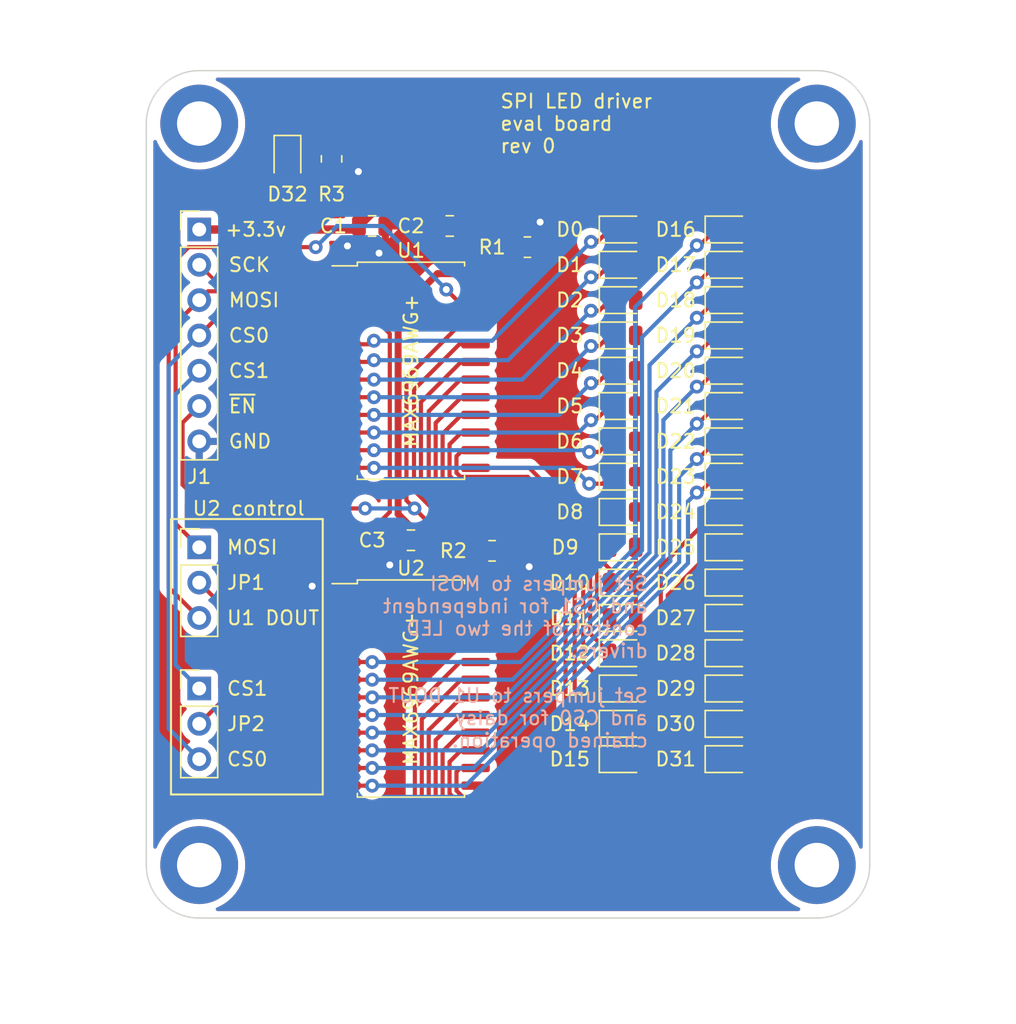
<source format=kicad_pcb>
(kicad_pcb (version 20211014) (generator pcbnew)
  (title_block (title "LED Breakout Board") (date "2022-02-10") (rev "0") (comment 2 "SPI LED Drivers") (comment 3 "Breakout board for prototyping hardware") (comment 4 "Drawn by: Jordan Aceto"))
  (layers (0 "F.Cu" signal) (31 "B.Cu" signal) (34 "B.Paste" user) (35 "F.Paste" user) (36 "B.SilkS" user "B.Silkscreen") (37 "F.SilkS" user "F.Silkscreen") (38 "B.Mask" user) (39 "F.Mask" user) (44 "Edge.Cuts" user))
  (net 0 "")
  (net 1 "/LED0")
  (net 2 "Net-(JP1-Pad2)")
  (net 3 "Net-(JP2-Pad2)")
  (net 4 "/LED1")
  (net 5 "/LED2")
  (net 6 "/LED3")
  (net 7 "/LED4")
  (net 8 "/LED5")
  (net 9 "/LED6")
  (net 10 "/LED7")
  (net 11 "/LED8")
  (net 12 "/LED9")
  (net 13 "/LED10")
  (net 14 "/LED11")
  (net 15 "/LED12")
  (net 16 "/LED13")
  (net 17 "/LED14")
  (net 18 "/LED15")
  (net 19 "/LED16")
  (net 20 "/LED17")
  (net 21 "/LED18")
  (net 22 "/LED19")
  (net 23 "/LED20")
  (net 24 "/LED21")
  (net 25 "/LED22")
  (net 26 "/LED23")
  (net 27 "/LED24")
  (net 28 "/LED25")
  (net 29 "/LED26")
  (net 30 "/LED27")
  (net 31 "/LED28")
  (net 32 "/LED29")
  (net 33 "/LED30")
  (net 34 "+3V3")
  (net 35 "/LED31")
  (net 36 "Net-(D32-Pad1)")
  (net 37 "/SPI.SCLK")
  (net 38 "GND")
  (net 39 "/SPI.MOSI")
  (net 40 "/SPI.CS0")
  (net 41 "/~{ENABLE}")
  (net 42 "Net-(R1-Pad1)")
  (net 43 "Net-(R2-Pad1)")
  (net 44 "/U1_DOUT")
  (net 46 "/SPI.CS1")
  (footprint "Capacitor_SMD:C_0805_2012Metric" (layer "F.Cu") (at 127.254 40.386 180)
    (fp_text reference "C2")
    (fp_text value "100n")
  )
  (footprint "LED_SMD:LED_0805_2012Metric" (layer "F.Cu") (at 139.7 55.88)
    (fp_text reference "D6")
    (fp_text value "led")
  )
  (footprint "LED_SMD:LED_0805_2012Metric" (layer "F.Cu") (at 139.7 45.72)
    (fp_text reference "D2")
    (fp_text value "led")
  )
  (footprint "LED_SMD:LED_0805_2012Metric" (layer "F.Cu") (at 139.7 63.5)
    (fp_text reference "D9")
    (fp_text value "led")
  )
  (footprint "LED_SMD:LED_0805_2012Metric" (layer "F.Cu") (at 147.32 68.58)
    (fp_text reference "D27")
    (fp_text value "led")
  )
  (footprint "MountingHole:MountingHole_3.2mm_M3_DIN965_Pad" (layer "F.Cu") (at 109.220001 86.360001)
    (fp_text reference "REF**" hide)
    (fp_text value "MountingHole_3.2mm_M3_DIN965_Pad")
  )
  (footprint "LED_SMD:LED_0805_2012Metric" (layer "F.Cu") (at 147.32 45.72)
    (fp_text reference "D18")
    (fp_text value "led")
  )
  (footprint "Resistor_SMD:R_0805_2012Metric" (layer "F.Cu") (at 132.842 41.91)
    (fp_text reference "R1")
    (fp_text value "R_led")
  )
  (footprint "LED_SMD:LED_0805_2012Metric" (layer "F.Cu") (at 139.7 60.96)
    (fp_text reference "D8")
    (fp_text value "led")
  )
  (footprint "LED_SMD:LED_0805_2012Metric" (layer "F.Cu") (at 139.7 43.18)
    (fp_text reference "D1")
    (fp_text value "led")
  )
  (footprint "LED_SMD:LED_0805_2012Metric" (layer "F.Cu") (at 147.32 71.12)
    (fp_text reference "D28")
    (fp_text value "led")
  )
  (footprint "LED_SMD:LED_0805_2012Metric" (layer "F.Cu") (at 139.7 48.26)
    (fp_text reference "D3")
    (fp_text value "led")
  )
  (footprint "LED_SMD:LED_0805_2012Metric" (layer "F.Cu") (at 147.32 63.5)
    (fp_text reference "D25")
    (fp_text value "led")
  )
  (footprint "MountingHole:MountingHole_3.2mm_M3_DIN965_Pad" (layer "F.Cu") (at 153.670001 86.360001)
    (fp_text reference "REF**" hide)
    (fp_text value "MountingHole_3.2mm_M3_DIN965_Pad")
  )
  (footprint "LED_SMD:LED_0805_2012Metric" (layer "F.Cu") (at 147.32 58.42)
    (fp_text reference "D23")
    (fp_text value "led")
  )
  (footprint "MountingHole:MountingHole_3.2mm_M3_DIN965_Pad" (layer "F.Cu") (at 109.22 33.02)
    (fp_text reference "REF**" hide)
    (fp_text value "MountingHole_3.2mm_M3_DIN965_Pad")
  )
  (footprint "LED_SMD:LED_0805_2012Metric" (layer "F.Cu") (at 147.32 60.955)
    (fp_text reference "D24")
    (fp_text value "led")
  )
  (footprint "LED_SMD:LED_0805_2012Metric" (layer "F.Cu") (at 147.32 76.2)
    (fp_text reference "D30")
    (fp_text value "led")
  )
  (footprint "LED_SMD:LED_0805_2012Metric" (layer "F.Cu") (at 139.7 73.66)
    (fp_text reference "D13")
    (fp_text value "led")
  )
  (footprint "LED_SMD:LED_0805_2012Metric" (layer "F.Cu") (at 147.32 43.18)
    (fp_text reference "D17")
    (fp_text value "led")
  )
  (footprint "Connector_PinHeader_2.54mm:PinHeader_1x07_P2.54mm_Vertical" (layer "F.Cu") (at 109.22 40.64)
    (fp_text reference "J1")
    (fp_text value "rpi_port")
  )
  (footprint "LED_SMD:LED_0805_2012Metric" (layer "F.Cu") (at 147.32 40.64)
    (fp_text reference "D16")
    (fp_text value "led")
  )
  (footprint "Connector_PinHeader_2.54mm:PinHeader_1x03_P2.54mm_Vertical" (layer "F.Cu") (at 109.22 63.5)
    (fp_text reference "JP1")
    (fp_text value "U2_data_select")
  )
  (footprint "Capacitor_SMD:C_0805_2012Metric" (layer "F.Cu") (at 124.46 62.992 180)
    (fp_text reference "C3")
    (fp_text value "100n")
  )
  (footprint "Capacitor_SMD:C_0805_2012Metric" (layer "F.Cu") (at 121.666 40.386)
    (fp_text reference "C1")
    (fp_text value "10u")
  )
  (footprint "Package_SO:SOIC-24W_7.5x15.4mm_P1.27mm" (layer "F.Cu") (at 124.46 50.8)
    (fp_text reference "U1")
    (fp_text value "MAX6969AWG+")
  )
  (footprint "Package_SO:SOIC-24W_7.5x15.4mm_P1.27mm" (layer "F.Cu") (at 124.46 73.66)
    (fp_text reference "U2")
    (fp_text value "MAX6969AWG+")
  )
  (footprint "LED_SMD:LED_0805_2012Metric" (layer "F.Cu") (at 139.7 40.64)
    (fp_text reference "D0")
    (fp_text value "led")
  )
  (footprint "Resistor_SMD:R_0805_2012Metric" (layer "F.Cu") (at 118.745 35.56 -90)
    (fp_text reference "R3")
    (fp_text value "10k")
  )
  (footprint "LED_SMD:LED_0805_2012Metric" (layer "F.Cu") (at 139.7 78.74)
    (fp_text reference "D15")
    (fp_text value "led")
  )
  (footprint "LED_SMD:LED_0805_2012Metric" (layer "F.Cu") (at 139.7 53.34)
    (fp_text reference "D5")
    (fp_text value "led")
  )
  (footprint "LED_SMD:LED_0805_2012Metric" (layer "F.Cu") (at 147.32 66.04)
    (fp_text reference "D26")
    (fp_text value "led")
  )
  (footprint "LED_SMD:LED_0805_2012Metric" (layer "F.Cu") (at 139.7 71.12)
    (fp_text reference "D12")
    (fp_text value "led")
  )
  (footprint "LED_SMD:LED_0805_2012Metric" (layer "F.Cu") (at 139.7 50.8)
    (fp_text reference "D4")
    (fp_text value "led")
  )
  (footprint "LED_SMD:LED_0805_2012Metric" (layer "F.Cu") (at 139.7 68.58)
    (fp_text reference "D11")
    (fp_text value "led")
  )
  (footprint "LED_SMD:LED_0805_2012Metric" (layer "F.Cu") (at 147.32 55.88)
    (fp_text reference "D22")
    (fp_text value "led")
  )
  (footprint "LED_SMD:LED_0805_2012Metric" (layer "F.Cu") (at 139.7 76.2)
    (fp_text reference "D14")
    (fp_text value "led")
  )
  (footprint "LED_SMD:LED_0805_2012Metric" (layer "F.Cu") (at 147.32 48.26)
    (fp_text reference "D19")
    (fp_text value "led")
  )
  (footprint "LED_SMD:LED_0805_2012Metric" (layer "F.Cu") (at 115.57 35.56 -90)
    (fp_text reference "D32")
    (fp_text value "LED")
  )
  (footprint "Resistor_SMD:R_0805_2012Metric" (layer "F.Cu") (at 130.302 63.754)
    (fp_text reference "R2")
    (fp_text value "R_led")
  )
  (footprint "LED_SMD:LED_0805_2012Metric" (layer "F.Cu") (at 147.32 53.34)
    (fp_text reference "D21")
    (fp_text value "led")
  )
  (footprint "Connector_PinHeader_2.54mm:PinHeader_1x03_P2.54mm_Vertical" (layer "F.Cu") (at 109.22 73.66)
    (fp_text reference "JP2")
    (fp_text value "U2_CS_select")
  )
  (footprint "MountingHole:MountingHole_3.2mm_M3_DIN965_Pad" (layer "F.Cu") (at 153.670001 33.020001)
    (fp_text reference "REF**" hide)
    (fp_text value "MountingHole_3.2mm_M3_DIN965_Pad")
  )
  (footprint "LED_SMD:LED_0805_2012Metric" (layer "F.Cu") (at 147.32 50.8)
    (fp_text reference "D20")
    (fp_text value "led")
  )
  (footprint "LED_SMD:LED_0805_2012Metric" (layer "F.Cu") (at 147.32 73.66)
    (fp_text reference "D29")
    (fp_text value "led")
  )
  (footprint "LED_SMD:LED_0805_2012Metric" (layer "F.Cu") (at 139.7 66.04)
    (fp_text reference "D10")
    (fp_text value "led")
  )
  (footprint "LED_SMD:LED_0805_2012Metric" (layer "F.Cu") (at 147.32 78.74)
    (fp_text reference "D31")
    (fp_text value "led")
  )
  (footprint "LED_SMD:LED_0805_2012Metric" (layer "F.Cu") (at 139.7 58.42)
    (fp_text reference "D7")
    (fp_text value "led")
  )
  (gr_line (start 118.11 61.468) (end 118.11 81.28) (layer "F.SilkS") (width 0.15))
  (gr_line (start 107.188 61.468) (end 118.11 61.468) (layer "F.SilkS") (width 0.15))
  (gr_line (start 107.188 81.28) (end 107.188 61.468) (layer "F.SilkS") (width 0.15))
  (gr_line (start 118.11 81.28) (end 107.188 81.28) (layer "F.SilkS") (width 0.15))
  (gr_arc (start 153.670001 29.210001) (mid 156.364078 30.325924) (end 157.480001 33.020001) (layer "Edge.Cuts") (width 0.1))
  (gr_line (start 109.219998 90.169998) (end 153.669999 90.169999) (layer "Edge.Cuts") (width 0.1))
  (gr_line (start 109.22 29.21) (end 153.670001 29.210001) (layer "Edge.Cuts") (width 0.1))
  (gr_arc (start 157.479998 86.360001) (mid 156.364075 89.054078) (end 153.669998 90.170001) (layer "Edge.Cuts") (width 0.1))
  (gr_line (start 157.479998 86.360001) (end 157.48 33.020003) (layer "Edge.Cuts") (width 0.1))
  (gr_arc (start 109.219998 90.169998) (mid 106.525921 89.054075) (end 105.409998 86.359998) (layer "Edge.Cuts") (width 0.1))
  (gr_line (start 105.409998 86.359998) (end 105.41 33.02) (layer "Edge.Cuts") (width 0.1))
  (gr_arc (start 105.41 33.02) (mid 106.525923 30.325923) (end 109.22 29.21) (layer "Edge.Cuts") (width 0.1))
  (gr_text "Set jumpers to MOSI\nand CS1 for independent\ncontrol of the two LED\ndrivers.\n\nSet jumpers to U1 DOUT\nand CS0 for daisy\nchained operation." (at 141.605 71.755) (layer "B.SilkS") (effects (font (size 1 1)) (justify left mirror)))
  (gr_text "GND" (at 111.252 55.88) (layer "F.SilkS") (effects (font (size 1 1)) (justify left)))
  (gr_text "~{EN}" (at 111.252 53.34) (layer "F.SilkS") (effects (font (size 1 1)) (justify left)))
  (gr_text "CS0" (at 111.125 78.74) (layer "F.SilkS") (effects (font (size 1 1)) (justify left)))
  (gr_text "MOSI" (at 111.252 45.72) (layer "F.SilkS") (effects (font (size 1 1)) (justify left)))
  (gr_text "SCK" (at 111.252 43.18) (layer "F.SilkS") (effects (font (size 1 1)) (justify left)))
  (gr_text "U2 control" (at 112.776 60.706) (layer "F.SilkS") (effects (font (size 1 1))))
  (gr_text "MAX6969AWG+" (at 124.46 73.66 90) (layer "F.SilkS") (effects (font (size 1 1))))
  (gr_text "SPI LED driver\neval board\nrev 0" (at 130.81 33.02) (layer "F.SilkS") (effects (font (size 1 1)) (justify left)))
  (gr_text "U1 DOUT" (at 111.125 68.58) (layer "F.SilkS") (effects (font (size 1 1)) (justify left)))
  (gr_text "CS1" (at 111.252 50.8) (layer "F.SilkS") (effects (font (size 1 1)) (justify left)))
  (gr_text "CS1" (at 111.125 73.66) (layer "F.SilkS") (effects (font (size 1 1)) (justify left)))
  (gr_text "CS0" (at 111.252 48.26) (layer "F.SilkS") (effects (font (size 1 1)) (justify left)))
  (gr_text "MOSI" (at 111.125 63.5) (layer "F.SilkS") (effects (font (size 1 1)) (justify left)))
  (gr_text "+3.3v" (at 110.998 40.64) (layer "F.SilkS") (effects (font (size 1 1)) (justify left)))
  (gr_text "MAX6969AWG+" (at 124.46 50.8 90) (layer "F.SilkS") (effects (font (size 1 1))))
  (segment (start 119.81 48.895) (end 121.539 48.895) (width 0.3) (layer "F.Cu") (net 1))
  (segment (start 138.7625 40.64) (end 137.8735 41.529) (width 0.3) (layer "F.Cu") (net 1))
  (segment (start 121.539 48.895) (end 121.793 48.641) (width 0.3) (layer "F.Cu") (net 1))
  (segment (start 137.8735 41.529) (end 137.414 41.529) (width 0.3) (layer "F.Cu") (net 1))
  (via (at 137.414 41.529) (size 1) (drill 0.5) (layers "F.Cu" "B.Cu") (net 1))
  (via (at 121.793 48.641) (size 1) (drill 0.5) (layers "F.Cu" "B.Cu") (net 1))
  (segment (start 130.302 48.641) (end 137.414 41.529) (width 0.3) (layer "B.Cu") (net 1))
  (segment (start 121.793 48.641) (end 130.302 48.641) (width 0.3) (layer "B.Cu") (net 1))
  (segment (start 119.81 67.945) (end 111.125 67.945) (width 0.3) (layer "F.Cu") (net 2))
  (segment (start 111.125 67.945) (end 109.22 66.04) (width 0.3) (layer "F.Cu") (net 2))
  (segment (start 114.935 70.485) (end 109.22 76.2) (width 0.3) (layer "F.Cu") (net 3))
  (segment (start 119.81 70.485) (end 114.935 70.485) (width 0.3) (layer "F.Cu") (net 3))
  (segment (start 119.81 50.165) (end 121.666 50.165) (width 0.3) (layer "F.Cu") (net 4))
  (segment (start 138.7625 43.18) (end 137.8735 44.069) (width 0.3) (layer "F.Cu") (net 4))
  (segment (start 121.666 50.165) (end 121.793 50.038) (width 0.3) (layer "F.Cu") (net 4))
  (segment (start 137.8735 44.069) (end 137.414 44.069) (width 0.3) (layer "F.Cu") (net 4))
  (via (at 121.793 50.038) (size 1) (drill 0.5) (layers "F.Cu" "B.Cu") (net 4))
  (via (at 137.414 44.069) (size 1) (drill 0.5) (layers "F.Cu" "B.Cu") (net 4))
  (segment (start 131.445 50.038) (end 137.414 44.069) (width 0.3) (layer "B.Cu") (net 4))
  (segment (start 121.793 50.038) (end 131.445 50.038) (width 0.3) (layer "B.Cu") (net 4))
  (segment (start 137.414 46.482) (end 138.0005 46.482) (width 0.3) (layer "F.Cu") (net 5))
  (segment (start 119.81 51.435) (end 121.793 51.435) (width 0.3) (layer "F.Cu") (net 5))
  (segment (start 138.0005 46.482) (end 138.7625 45.72) (width 0.3) (layer "F.Cu") (net 5))
  (via (at 121.793 51.435) (size 1) (drill 0.5) (layers "F.Cu" "B.Cu") (net 5))
  (via (at 137.414 46.482) (size 1) (drill 0.5) (layers "F.Cu" "B.Cu") (net 5))
  (segment (start 121.793 51.435) (end 132.461 51.435) (width 0.3) (layer "B.Cu") (net 5))
  (segment (start 132.461 51.435) (end 137.414 46.482) (width 0.3) (layer "B.Cu") (net 5))
  (segment (start 138.0005 49.022) (end 137.414 49.022) (width 0.3) (layer "F.Cu") (net 6))
  (segment (start 138.7625 48.26) (end 138.0005 49.022) (width 0.3) (layer "F.Cu") (net 6))
  (segment (start 119.81 52.705) (end 121.793 52.705) (width 0.3) (layer "F.Cu") (net 6))
  (via (at 121.793 52.705) (size 1) (drill 0.5) (layers "F.Cu" "B.Cu") (net 6))
  (via (at 137.414 49.022) (size 1) (drill 0.5) (layers "F.Cu" "B.Cu") (net 6))
  (segment (start 133.731 52.705) (end 137.414 49.022) (width 0.3) (layer "B.Cu") (net 6))
  (segment (start 121.793 52.705) (end 133.731 52.705) (width 0.3) (layer "B.Cu") (net 6))
  (segment (start 119.81 53.975) (end 121.793 53.975) (width 0.3) (layer "F.Cu") (net 7))
  (segment (start 137.414 51.689) (end 137.8735 51.689) (width 0.3) (layer "F.Cu") (net 7))
  (segment (start 137.8735 51.689) (end 138.7625 50.8) (width 0.3) (layer "F.Cu") (net 7))
  (via (at 121.793 53.975) (size 1) (drill 0.5) (layers "F.Cu" "B.Cu") (net 7))
  (via (at 137.414 51.689) (size 1) (drill 0.5) (layers "F.Cu" "B.Cu") (net 7))
  (segment (start 121.793 53.975) (end 135.128 53.975) (width 0.3) (layer "B.Cu") (net 7))
  (segment (start 135.128 53.975) (end 137.414 51.689) (width 0.3) (layer "B.Cu") (net 7))
  (segment (start 137.7465 54.356) (end 137.414 54.356) (width 0.3) (layer "F.Cu") (net 8))
  (segment (start 119.81 55.245) (end 121.793 55.245) (width 0.3) (layer "F.Cu") (net 8))
  (segment (start 138.7625 53.34) (end 137.7465 54.356) (width 0.3) (layer "F.Cu") (net 8))
  (via (at 121.793 55.245) (size 1) (drill 0.5) (layers "F.Cu" "B.Cu") (net 8))
  (via (at 137.414 54.356) (size 1) (drill 0.5) (layers "F.Cu" "B.Cu") (net 8))
  (segment (start 121.793 55.245) (end 136.525 55.245) (width 0.3) (layer "B.Cu") (net 8))
  (segment (start 136.525 55.245) (end 137.414 54.356) (width 0.3) (layer "B.Cu") (net 8))
  (segment (start 138.0005 56.642) (end 138.7625 55.88) (width 0.3) (layer "F.Cu") (net 9))
  (segment (start 137.287 56.642) (end 138.0005 56.642) (width 0.3) (layer "F.Cu") (net 9))
  (segment (start 119.81 56.515) (end 121.793 56.515) (width 0.3) (layer "F.Cu") (net 9))
  (via (at 121.793 56.515) (size 1) (drill 0.5) (layers "F.Cu" "B.Cu") (net 9))
  (via (at 137.287 56.642) (size 1) (drill 0.5) (layers "F.Cu" "B.Cu") (net 9))
  (segment (start 137.16 56.515) (end 137.287 56.642) (width 0.3) (layer "B.Cu") (net 9))
  (segment (start 121.793 56.515) (end 137.16 56.515) (width 0.3) (layer "B.Cu") (net 9))
  (segment (start 137.287 58.928) (end 138.2545 58.928) (width 0.3) (layer "F.Cu") (net 10))
  (segment (start 138.2545 58.928) (end 138.7625 58.42) (width 0.3) (layer "F.Cu") (net 10))
  (segment (start 119.81 57.785) (end 121.793 57.785) (width 0.3) (layer "F.Cu") (net 10))
  (via (at 121.793 57.785) (size 1) (drill 0.5) (layers "F.Cu" "B.Cu") (net 10))
  (via (at 137.287 58.928) (size 1) (drill 0.5) (layers "F.Cu" "B.Cu") (net 10))
  (segment (start 136.144 57.785) (end 137.287 58.928) (width 0.3) (layer "B.Cu") (net 10))
  (segment (start 121.793 57.785) (end 136.144 57.785) (width 0.3) (layer "B.Cu") (net 10))
  (segment (start 136.144 60.96) (end 138.7625 60.96) (width 0.3) (layer "F.Cu") (net 11))
  (segment (start 132.969 57.785) (end 136.144 60.96) (width 0.3) (layer "F.Cu") (net 11))
  (segment (start 129.11 57.785) (end 132.969 57.785) (width 0.3) (layer "F.Cu") (net 11))
  (segment (start 132.862777 58.434517) (end 128.028091 58.434518) (width 0.3) (layer "F.Cu") (net 12))
  (segment (start 127.73548 58.141907) (end 127.73548 56.94792) (width 0.3) (layer "F.Cu") (net 12))
  (segment (start 128.028091 58.434518) (end 127.73548 58.141907) (width 0.3) (layer "F.Cu") (net 12))
  (segment (start 128.1684 56.515) (end 129.11 56.515) (width 0.3) (layer "F.Cu") (net 12))
  (segment (start 138.7625 63.5) (end 137.928262 63.5) (width 0.3) (layer "F.Cu") (net 12))
  (segment (start 137.928262 63.5) (end 132.862777 58.434517) (width 0.3) (layer "F.Cu") (net 12))
  (segment (start 127.73548 56.94792) (end 128.1684 56.515) (width 0.3) (layer "F.Cu") (net 12))
  (segment (start 127.235969 56.09402) (end 128.084989 55.245) (width 0.3) (layer "F.Cu") (net 13))
  (segment (start 128.084989 55.245) (end 129.11 55.245) (width 0.3) (layer "F.Cu") (net 13))
  (segment (start 138.353732 64.657298) (end 138.353732 64.6319) (width 0.3) (layer "F.Cu") (net 13))
  (segment (start 138.7625 65.066066) (end 138.353732 64.657298) (width 0.3) (layer "F.Cu") (net 13))
  (segment (start 127.235969 58.348811) (end 127.235969 56.09402) (width 0.3) (layer "F.Cu") (net 13))
  (segment (start 138.353732 64.6319) (end 132.65586 58.934028) (width 0.3) (layer "F.Cu") (net 13))
  (segment (start 138.7625 66.04) (end 138.7625 65.066066) (width 0.3) (layer "F.Cu") (net 13))
  (segment (start 127.821186 58.934029) (end 127.235969 58.348811) (width 0.3) (layer "F.Cu") (net 13))
  (segment (start 132.65586 58.934028) (end 127.821186 58.934029) (width 0.3) (layer "F.Cu") (net 13))
  (segment (start 126.736458 58.555715) (end 126.736458 55.330742) (width 0.3) (layer "F.Cu") (net 14))
  (segment (start 138.7625 68.58) (end 137.854221 67.671721) (width 0.3) (layer "F.Cu") (net 14))
  (segment (start 132.448955 59.433539) (end 127.614281 59.433539) (width 0.3) (layer "F.Cu") (net 14))
  (segment (start 128.0922 53.975) (end 129.11 53.975) (width 0.3) (layer "F.Cu") (net 14))
  (segment (start 127.614281 59.433539) (end 126.736458 58.555715) (width 0.3) (layer "F.Cu") (net 14))
  (segment (start 137.854221 67.671721) (end 137.854221 64.838805) (width 0.3) (layer "F.Cu") (net 14))
  (segment (start 137.854221 64.838805) (end 132.448955 59.433539) (width 0.3) (layer "F.Cu") (net 14))
  (segment (start 126.736458 55.330742) (end 128.0922 53.975) (width 0.3) (layer "F.Cu") (net 14))
  (segment (start 126.236947 54.553042) (end 128.084989 52.705) (width 0.3) (layer "F.Cu") (net 15))
  (segment (start 137.354711 65.04571) (end 132.242051 59.93305) (width 0.3) (layer "F.Cu") (net 15))
  (segment (start 128.084989 52.705) (end 129.11 52.705) (width 0.3) (layer "F.Cu") (net 15))
  (segment (start 132.242051 59.93305) (end 127.407376 59.933049) (width 0.3) (layer "F.Cu") (net 15))
  (segment (start 126.236947 58.762619) (end 126.236947 54.553042) (width 0.3) (layer "F.Cu") (net 15))
  (segment (start 137.354711 69.712211) (end 137.354711 65.04571) (width 0.3) (layer "F.Cu") (net 15))
  (segment (start 127.407376 59.933049) (end 126.236947 58.762619) (width 0.3) (layer "F.Cu") (net 15))
  (segment (start 138.7625 71.12) (end 137.354711 69.712211) (width 0.3) (layer "F.Cu") (net 15))
  (segment (start 128.016 51.435) (end 129.11 51.435) (width 0.3) (layer "F.Cu") (net 16))
  (segment (start 132.035147 60.432561) (end 127.200471 60.432559) (width 0.3) (layer "F.Cu") (net 16))
  (segment (start 132.035147 60.432561) (end 136.8552 65.25261) (width 0.3) (layer "F.Cu") (net 16))
  (segment (start 125.737436 53.713564) (end 128.016 51.435) (width 0.3) (layer "F.Cu") (net 16))
  (segment (start 138.7625 73.66) (end 136.8552 71.7527) (width 0.3) (layer "F.Cu") (net 16))
  (segment (start 136.8552 71.7527) (end 136.8552 65.25261) (width 0.3) (layer "F.Cu") (net 16))
  (segment (start 127.200471 60.432559) (end 125.737436 58.969523) (width 0.3) (layer "F.Cu") (net 16))
  (segment (start 125.737436 58.969523) (end 125.737436 53.713564) (width 0.3) (layer "F.Cu") (net 16))
  (segment (start 125.178022 53.053778) (end 128.0668 50.165) (width 0.3) (layer "F.Cu") (net 17))
  (segment (start 136.2456 65.3796) (end 131.8006 60.9346) (width 0.3) (layer "F.Cu") (net 17))
  (segment (start 125.178022 59.138022) (end 125.178022 53.053778) (width 0.3) (layer "F.Cu") (net 17))
  (segment (start 128.0668 50.165) (end 129.11 50.165) (width 0.3) (layer "F.Cu") (net 17))
  (segment (start 136.2456 73.6831) (end 136.2456 65.3796) (width 0.3) (layer "F.Cu") (net 17))
  (segment (start 138.7625 76.2) (end 136.2456 73.6831) (width 0.3) (layer "F.Cu") (net 17))
  (segment (start 126.9746 60.9346) (end 125.178022 59.138022) (width 0.3) (layer "F.Cu") (net 17))
  (segment (start 131.8006 60.9346) (end 126.9746 60.9346) (width 0.3) (layer "F.Cu") (net 17))
  (segment (start 124.678511 59.400511) (end 124.678511 52.156289) (width 0.3) (layer "F.Cu") (net 18))
  (segment (start 138.7625 78.74) (end 135.5852 75.5627) (width 0.3) (layer "F.Cu") (net 18))
  (segment (start 126.7968 61.5188) (end 124.678511 59.400511) (width 0.3) (layer "F.Cu") (net 18))
  (segment (start 124.678511 52.156289) (end 127.9398 48.895) (width 0.3) (layer "F.Cu") (net 18))
  (segment (start 135.5852 65.4812) (end 131.6228 61.5188) (width 0.3) (layer "F.Cu") (net 18))
  (segment (start 127.9398 48.895) (end 129.11 48.895) (width 0.3) (layer "F.Cu") (net 18))
  (segment (start 135.5852 75.5627) (end 135.5852 65.4812) (width 0.3) (layer "F.Cu") (net 18))
  (segment (start 131.6228 61.5188) (end 126.7968 61.5188) (width 0.3) (layer "F.Cu") (net 18))
  (segment (start 119.81 71.755) (end 121.666 71.755) (width 0.3) (layer "F.Cu") (net 19))
  (segment (start 145.034 41.783) (end 145.2395 41.783) (width 0.3) (layer "F.Cu") (net 19))
  (segment (start 145.2395 41.783) (end 146.3825 40.64) (width 0.3) (layer "F.Cu") (net 19))
  (via (at 145.034 41.783) (size 1) (drill 0.5) (layers "F.Cu" "B.Cu") (net 19))
  (via (at 121.666 71.755) (size 1) (drill 0.5) (layers "F.Cu" "B.Cu") (net 19))
  (segment (start 132.342091 71.755) (end 140.589 63.508088) (width 0.3) (layer "B.Cu") (net 19))
  (segment (start 140.589 63.508088) (end 140.589 46.228) (width 0.3) (layer "B.Cu") (net 19))
  (segment (start 140.589 46.228) (end 145.034 41.783) (width 0.3) (layer "B.Cu") (net 19))
  (segment (start 121.666 71.755) (end 132.342091 71.755) (width 0.3) (layer "B.Cu") (net 19))
  (segment (start 145.1125 44.45) (end 145.034 44.45) (width 0.3) (layer "F.Cu") (net 20))
  (segment (start 119.81 73.025) (end 121.666 73.025) (width 0.3) (layer "F.Cu") (net 20))
  (segment (start 146.3825 43.18) (end 145.1125 44.45) (width 0.3) (layer "F.Cu") (net 20))
  (via (at 121.666 73.025) (size 1) (drill 0.5) (layers "F.Cu" "B.Cu") (net 20))
  (via (at 145.034 44.45) (size 1) (drill 0.5) (layers "F.Cu" "B.Cu") (net 20))
  (segment (start 121.666 73.025) (end 131.778507 73.025) (width 0.3) (layer "B.Cu") (net 20))
  (segment (start 141.088511 48.395489) (end 145.034 44.45) (width 0.3) (layer "B.Cu") (net 20))
  (segment (start 141.088511 63.714993) (end 141.088511 48.395489) (width 0.3) (layer "B.Cu") (net 20))
  (segment (start 131.778507 73.025) (end 141.088511 63.714993) (width 0.3) (layer "B.Cu") (net 20))
  (segment (start 145.034 46.99) (end 145.1125 46.99) (width 0.3) (layer "F.Cu") (net 21))
  (segment (start 145.1125 46.99) (end 146.3825 45.72) (width 0.3) (layer "F.Cu") (net 21))
  (segment (start 119.81 74.295) (end 121.666 74.295) (width 0.3) (layer "F.Cu") (net 21))
  (via (at 121.666 74.295) (size 1) (drill 0.5) (layers "F.Cu" "B.Cu") (net 21))
  (via (at 145.034 46.99) (size 1) (drill 0.5) (layers "F.Cu" "B.Cu") (net 21))
  (segment (start 121.666 74.295) (end 131.214923 74.295) (width 0.3) (layer "B.Cu") (net 21))
  (segment (start 141.630467 63.879453) (end 141.630468 50.393532) (width 0.3) (layer "B.Cu") (net 21))
  (segment (start 131.214923 74.295) (end 141.630467 63.879453) (width 0.3) (layer "B.Cu") (net 21))
  (segment (start 141.630468 50.393532) (end 145.034 46.99) (width 0.3) (layer "B.Cu") (net 21))
  (segment (start 119.81 75.565) (end 121.666 75.565) (width 0.3) (layer "F.Cu") (net 22))
  (segment (start 145.2395 49.403) (end 146.3825 48.26) (width 0.3) (layer "F.Cu") (net 22))
  (segment (start 145.034 49.403) (end 145.2395 49.403) (width 0.3) (layer "F.Cu") (net 22))
  (via (at 121.666 75.565) (size 1) (drill 0.5) (layers "F.Cu" "B.Cu") (net 22))
  (via (at 145.034 49.403) (size 1) (drill 0.5) (layers "F.Cu" "B.Cu") (net 22))
  (segment (start 130.651339 75.565) (end 142.129978 64.086358) (width 0.3) (layer "B.Cu") (net 22))
  (segment (start 142.129979 52.307021) (end 145.034 49.403) (width 0.3) (layer "B.Cu") (net 22))
  (segment (start 121.666 75.565) (end 130.651339 75.565) (width 0.3) (layer "B.Cu") (net 22))
  (segment (start 142.129978 64.086358) (end 142.129979 52.307021) (width 0.3) (layer "B.Cu") (net 22))
  (segment (start 119.81 76.835) (end 121.666 76.835) (width 0.3) (layer "F.Cu") (net 23))
  (segment (start 145.2395 51.943) (end 145.034 51.943) (width 0.3) (layer "F.Cu") (net 23))
  (segment (start 146.3825 50.8) (end 145.2395 51.943) (width 0.3) (layer "F.Cu") (net 23))
  (via (at 145.034 51.943) (size 1) (drill 0.5) (layers "F.Cu" "B.Cu") (net 23))
  (via (at 121.666 76.835) (size 1) (drill 0.5) (layers "F.Cu" "B.Cu") (net 23))
  (segment (start 142.629489 64.293263) (end 142.629489 54.347511) (width 0.3) (layer "B.Cu") (net 23))
  (segment (start 130.087752 76.835) (end 142.629489 64.293263) (width 0.3) (layer "B.Cu") (net 23))
  (segment (start 121.666 76.835) (end 130.087752 76.835) (width 0.3) (layer "B.Cu") (net 23))
  (segment (start 142.629489 54.347511) (end 145.034 51.943) (width 0.3) (layer "B.Cu") (net 23))
  (segment (start 145.1125 54.61) (end 146.3825 53.34) (width 0.3) (layer "F.Cu") (net 24))
  (segment (start 145.034 54.61) (end 145.1125 54.61) (width 0.3) (layer "F.Cu") (net 24))
  (segment (start 119.81 78.105) (end 121.666 78.105) (width 0.3) (layer "F.Cu") (net 24))
  (via (at 121.666 78.105) (size 1) (drill 0.5) (layers "F.Cu" "B.Cu") (net 24))
  (via (at 145.034 54.61) (size 1) (drill 0.5) (layers "F.Cu" "B.Cu") (net 24))
  (segment (start 143.129 64.500168) (end 143.129 56.515) (width 0.3) (layer "B.Cu") (net 24))
  (segment (start 121.666 78.105) (end 129.524168 78.105) (width 0.3) (layer "B.Cu") (net 24))
  (segment (start 129.524168 78.105) (end 143.129 64.500168) (width 0.3) (layer "B.Cu") (net 24))
  (segment (start 143.129 56.515) (end 145.034 54.61) (width 0.3) (layer "B.Cu") (net 24))
  (segment (start 119.81 79.375) (end 121.666 79.375) (width 0.3) (layer "F.Cu") (net 25))
  (segment (start 146.3825 55.88) (end 145.1125 57.15) (width 0.3) (layer "F.Cu") (net 25))
  (segment (start 145.1125 57.15) (end 145.034 57.15) (width 0.3) (layer "F.Cu") (net 25))
  (via (at 145.034 57.15) (size 1) (drill 0.5) (layers "F.Cu" "B.Cu") (net 25))
  (via (at 121.666 79.375) (size 1) (drill 0.5) (layers "F.Cu" "B.Cu") (net 25))
  (segment (start 128.960584 79.375) (end 143.764 64.571584) (width 0.3) (layer "B.Cu") (net 25))
  (segment (start 143.764 64.571584) (end 143.764 58.42) (width 0.3) (layer "B.Cu") (net 25))
  (segment (start 143.764 58.42) (end 145.034 57.15) (width 0.3) (layer "B.Cu") (net 25))
  (segment (start 121.666 79.375) (end 128.960584 79.375) (width 0.3) (layer "B.Cu") (net 25))
  (segment (start 119.81 80.645) (end 121.666 80.645) (width 0.3) (layer "F.Cu") (net 26))
  (segment (start 145.034 59.563) (end 145.2395 59.563) (width 0.3) (layer "F.Cu") (net 26))
  (segment (start 145.2395 59.563) (end 146.3825 58.42) (width 0.3) (layer "F.Cu") (net 26))
  (via (at 121.666 80.645) (size 1) (drill 0.5) (layers "F.Cu" "B.Cu") (net 26))
  (via (at 145.034 59.563) (size 1) (drill 0.5) (layers "F.Cu" "B.Cu") (net 26))
  (segment (start 144.399 60.198) (end 145.034 59.563) (width 0.3) (layer "B.Cu") (net 26))
  (segment (start 121.666 80.645) (end 128.397 80.645) (width 0.3) (layer "B.Cu") (net 26))
  (segment (start 128.397 80.645) (end 144.399 64.643) (width 0.3) (layer "B.Cu") (net 26))
  (segment (start 144.399 64.643) (end 144.399 60.198) (width 0.3) (layer "B.Cu") (net 26))
  (segment (start 142.4432 64.8943) (end 146.3825 60.955) (width 0.3) (layer "F.Cu") (net 27))
  (segment (start 129.11 80.645) (end 129.11 81.104) (width 0.3) (layer "F.Cu") (net 27))
  (segment (start 129.3876 81.3816) (end 139.53491 81.3816) (width 0.3) (layer "F.Cu") (net 27))
  (segment (start 129.11 81.104) (end 129.3876 81.3816) (width 0.3) (layer "F.Cu") (net 27))
  (segment (start 142.4432 78.47331) (end 142.4432 64.8943) (width 0.3) (layer "F.Cu") (net 27))
  (segment (start 139.53491 81.3816) (end 142.4432 78.47331) (width 0.3) (layer "F.Cu") (net 27))
  (segment (start 129.11 79.375) (end 128.016 79.375) (width 0.3) (layer "F.Cu") (net 28))
  (segment (start 128.614684 81.881111) (end 139.741814 81.881111) (width 0.3) (layer "F.Cu") (net 28))
  (segment (start 142.942711 66.939789) (end 146.3825 63.5) (width 0.3) (layer "F.Cu") (net 28))
  (segment (start 127.73548 79.65552) (end 127.73548 81.001907) (width 0.3) (layer "F.Cu") (net 28))
  (segment (start 127.73548 81.001907) (end 128.614684 81.881111) (width 0.3) (layer "F.Cu") (net 28))
  (segment (start 142.942711 78.680214) (end 142.942711 66.939789) (width 0.3) (layer "F.Cu") (net 28))
  (segment (start 139.741814 81.881111) (end 142.942711 78.680214) (width 0.3) (layer "F.Cu") (net 28))
  (segment (start 128.016 79.375) (end 127.73548 79.65552) (width 0.3) (layer "F.Cu") (net 28))
  (segment (start 143.442222 78.887118) (end 143.442222 68.980278) (width 0.3) (layer "F.Cu") (net 29))
  (segment (start 127.235969 78.935831) (end 127.235969 81.208812) (width 0.3) (layer "F.Cu") (net 29))
  (segment (start 143.442222 68.980278) (end 146.3825 66.04) (width 0.3) (layer "F.Cu") (net 29))
  (segment (start 129.11 78.105) (end 128.0668 78.105) (width 0.3) (layer "F.Cu") (net 29))
  (segment (start 128.40778 82.380622) (end 139.948718 82.380622) (width 0.3) (layer "F.Cu") (net 29))
  (segment (start 139.948718 82.380622) (end 143.442222 78.887118) (width 0.3) (layer "F.Cu") (net 29))
  (segment (start 127.235969 81.208812) (end 128.40778 82.380622) (width 0.3) (layer "F.Cu") (net 29))
  (segment (start 128.0668 78.105) (end 127.235969 78.935831) (width 0.3) (layer "F.Cu") (net 29))
  (segment (start 143.941733 71.020767) (end 146.3825 68.58) (width 0.3) (layer "F.Cu") (net 30))
  (segment (start 128.200876 82.880133) (end 140.155621 82.880133) (width 0.3) (layer "F.Cu") (net 30))
  (segment (start 129.11 76.835) (end 128.0922 76.835) (width 0.3) (layer "F.Cu") (net 30))
  (segment (start 128.0922 76.835) (end 126.736459 78.190741) (width 0.3) (layer "F.Cu") (net 30))
  (segment (start 126.736459 81.415717) (end 128.200876 82.880133) (width 0.3) (layer "F.Cu") (net 30))
  (segment (start 140.155621 82.880133) (end 143.941733 79.094021) (width 0.3) (layer "F.Cu") (net 30))
  (segment (start 143.941733 79.094021) (end 143.941733 71.020767) (width 0.3) (layer "F.Cu") (net 30))
  (segment (start 126.736459 78.190741) (end 126.736459 81.415717) (width 0.3) (layer "F.Cu") (net 30))
  (segment (start 126.236949 81.622622) (end 127.993972 83.379644) (width 0.3) (layer "F.Cu") (net 31))
  (segment (start 144.441244 73.061256) (end 146.3825 71.12) (width 0.3) (layer "F.Cu") (net 31))
  (segment (start 129.11 75.565) (end 128.0414 75.565) (width 0.3) (layer "F.Cu") (net 31))
  (segment (start 126.236949 77.369451) (end 126.236949 81.622622) (width 0.3) (layer "F.Cu") (net 31))
  (segment (start 140.362527 83.379644) (end 144.441244 79.300927) (width 0.3) (layer "F.Cu") (net 31))
  (segment (start 128.0414 75.565) (end 126.236949 77.369451) (width 0.3) (layer "F.Cu") (net 31))
  (segment (start 144.441244 79.300927) (end 144.441244 73.061256) (width 0.3) (layer "F.Cu") (net 31))
  (segment (start 127.993972 83.379644) (end 140.362527 83.379644) (width 0.3) (layer "F.Cu") (net 31))
  (segment (start 129.11 74.295) (end 128.0922 74.295) (width 0.3) (layer "F.Cu") (net 32))
  (segment (start 144.940755 79.507831) (end 144.940755 75.101745) (width 0.3) (layer "F.Cu") (net 32))
  (segment (start 127.787068 83.879155) (end 140.569431 83.879155) (width 0.3) (layer "F.Cu") (net 32))
  (segment (start 140.569431 83.879155) (end 144.940755 79.507831) (width 0.3) (layer "F.Cu") (net 32))
  (segment (start 128.0922 74.295) (end 125.737439 76.649761) (width 0.3) (layer "F.Cu") (net 32))
  (segment (start 144.940755 75.101745) (end 146.3825 73.66) (width 0.3) (layer "F.Cu") (net 32))
  (segment (start 125.737439 76.649761) (end 125.737439 81.829527) (width 0.3) (layer "F.Cu") (net 32))
  (segment (start 125.737439 81.829527) (end 127.787068 83.879155) (width 0.3) (layer "F.Cu") (net 32))
  (segment (start 145.440265 79.71475) (end 145.440265 77.142235) (width 0.3) (layer "F.Cu") (net 33))
  (segment (start 125.237928 82.036432) (end 127.580164 84.378666) (width 0.3) (layer "F.Cu") (net 33))
  (segment (start 129.11 73.025) (end 128.0668 73.025) (width 0.3) (layer "F.Cu") (net 33))
  (segment (start 145.440265 77.142235) (end 146.3825 76.2) (width 0.3) (layer "F.Cu") (net 33))
  (segment (start 127.580164 84.378666) (end 140.77635 84.378665) (width 0.3) (layer "F.Cu") (net 33))
  (segment (start 128.0668 73.025) (end 125.237928 75.853872) (width 0.3) (layer "F.Cu") (net 33))
  (segment (start 125.237928 75.853872) (end 125.237928 82.036432) (width 0.3) (layer "F.Cu") (net 33))
  (segment (start 140.77635 84.378665) (end 145.440265 79.71475) (width 0.3) (layer "F.Cu") (net 33))
  (segment (start 120.716 40.386) (end 122.4432 38.6588) (width 0.6) (layer "F.Cu") (net 34))
  (segment (start 140.0048 38.6588) (end 140.6375 39.2915) (width 0.6) (layer "F.Cu") (net 34))
  (segment (start 148.2575 78.74) (end 148.2575 40.64) (width 0.3) (layer "F.Cu") (net 34))
  (segment (start 129.11 43.815) (end 126.365 43.815) (width 0.5) (layer "F.Cu") (net 34))
  (segment (start 125.349 63.053) (end 125.41 62.992) (width 0.6) (layer "F.Cu") (net 34))
  (segment (start 120.462 40.64) (end 120.716 40.386) (width 0.6) (layer "F.Cu") (net 34))
  (segment (start 129.11 66.675) (end 126.619 66.675) (width 0.6) (layer "F.Cu") (net 34))
  (segment (start 126.619 66.675) (end 125.349 65.405) (width 0.6) (layer "F.Cu") (net 34))
  (segment (start 146.9367 39.3192) (end 148.2575 40.64) (width 0.6) (layer "F.Cu") (net 34))
  (segment (start 128.204 43.815) (end 128.204 40.386) (width 0.5) (layer "F.Cu") (net 34))
  (segment (start 140.6375 40.64) (end 140.6375 78.74) (width 0.3) (layer "F.Cu") (net 34))
  (segment (start 115.57 36.4975) (end 115.57 40.64) (width 0.3) (layer "F.Cu") (net 34))
  (segment (start 140.6652 39.3192) (end 146.9367 39.3192) (width 0.6) (layer "F.Cu") (net 34))
  (segment (start 109.22 40.64) (end 115.57 40.64) (width 0.6) (layer "F.Cu") (net 34))
  (segment (start 126.365 43.815) (end 123.535511 46.644489) (width 0.5) (layer "F.Cu") (net 34))
  (segment (start 128.204 38.6588) (end 128.204 40.386) (width 0.6) (layer "F.Cu") (net 34))
  (segment (start 125.349 65.405) (end 125.349 63.053) (width 0.6) (layer "F.Cu") (net 34))
  (segment (start 122.4432 38.6588) (end 140.0048 38.6588) (width 0.6) (layer "F.Cu") (net 34))
  (segment (start 140.6375 39.2915) (end 140.6375 40.64) (width 0.6) (layer "F.Cu") (net 34))
  (segment (start 123.535511 61.117511) (end 125.41 62.992) (width 0.5) (layer "F.Cu") (net 34))
  (segment (start 123.535511 46.644489) (end 123.535511 61.117511) (width 0.5) (layer "F.Cu") (net 34))
  (segment (start 115.57 40.64) (end 120.462 40.64) (width 0.6) (layer "F.Cu") (net 34))
  (segment (start 146.3825 79.6775) (end 146.3825 78.74) (width 0.3) (layer "F.Cu") (net 35))
  (segment (start 129.11 71.755) (end 127.9906 71.755) (width 0.3) (layer "F.Cu") (net 35))
  (segment (start 124.738417 75.007183) (end 124.738417 82.243334) (width 0.3) (layer "F.Cu") (net 35))
  (segment (start 124.738417 82.243334) (end 127.37326 84.878177) (width 0.3) (layer "F.Cu") (net 35))
  (segment (start 141.181825 84.878175) (end 146.3825 79.6775) (width 0.3) (layer "F.Cu") (net 35))
  (segment (start 127.9906 71.755) (end 124.738417 75.007183) (width 0.3) (layer "F.Cu") (net 35))
  (segment (start 127.37326 84.878177) (end 141.181825 84.878175) (width 0.3) (layer "F.Cu") (net 35))
  (segment (start 118.745 34.6475) (end 115.595 34.6475) (width 0.3) (layer "F.Cu") (net 36))
  (segment (start 115.595 34.6475) (end 115.57 34.6225) (width 0.3) (layer "F.Cu") (net 36))
  (segment (start 119.81 69.215) (end 120.904 69.215) (width 0.3) (layer "F.Cu") (net 37))
  (segment (start 110.49 44.45) (end 109.22 43.18) (width 0.25) (layer "F.Cu") (net 37))
  (segment (start 121.3612 44.7548) (end 121.0564 44.45) (width 0.25) (layer "F.Cu") (net 37))
  (segment (start 121.3612 45.5422) (end 121.3612 44.7548) (width 0.25) (layer "F.Cu") (net 37))
  (segment (start 120.904 69.215) (end 121.412 68.707) (width 0.3) (layer "F.Cu") (net 37))
  (segment (start 119.81 46.355) (end 120.5484 46.355) (width 0.25) (layer "F.Cu") (net 37))
  (segment (start 120.5484 46.355) (end 121.3612 45.5422) (width 0.25) (layer "F.Cu") (net 37))
  (segment (start 122.936 60.96) (end 122.936 48.133) (width 0.3) (layer "F.Cu") (net 37))
  (segment (start 121.412 68.707) (end 121.412 62.484) (width 0.3) (layer "F.Cu") (net 37))
  (segment (start 121.0564 44.45) (end 110.49 44.45) (width 0.25) (layer "F.Cu") (net 37))
  (segment (start 122.936 48.133) (end 121.158 46.355) (width 0.3) (layer "F.Cu") (net 37))
  (segment (start 121.412 62.484) (end 122.936 60.96) (width 0.3) (layer "F.Cu") (net 37))
  (segment (start 121.158 46.355) (end 119.81 46.355) (width 0.3) (layer "F.Cu") (net 37))
  (segment (start 123.51 62.992) (end 123.51 64.196) (width 0.5) (layer "F.Cu") (net 38))
  (segment (start 119.81 41.9005) (end 119.888 41.8225) (width 0.5) (layer "F.Cu") (net 38))
  (segment (start 131.2145 63.754) (end 131.826 63.754) (width 0.3) (layer "F.Cu") (net 38))
  (segment (start 120.6735 36.4725) (end 120.6754 36.4744) (width 0.3) (layer "F.Cu") (net 38))
  (segment (start 119.81 66.675) (end 117.729 66.675) (width 0.5) (layer "F.Cu") (net 38))
  (segment (start 133.7545 41.91) (end 133.7545 40.1085) (width 0.5) (layer "F.Cu") (net 38))
  (segment (start 119.81 43.815) (end 119.81 41.9005) (width 0.5) (layer "F.Cu") (net 38))
  (segment (start 117.729 66.675) (end 117.348 66.294) (width 0.5) (layer "F.Cu") (net 38))
  (segment (start 133.7545 40.1085) (end 133.7564 40.1066) (width 0.5) (layer "F.Cu") (net 38))
  (segment (start 124.1185 40.386) (end 122.164562 42.339938) (width 0.5) (layer "F.Cu") (net 38))
  (segment (start 123.51 64.196) (end 122.936 64.77) (width 0.5) (layer "F.Cu") (net 38))
  (segment (start 126.304 40.386) (end 124.1185 40.386) (width 0.5) (layer "F.Cu") (net 38))
  (segment (start 131.826 63.754) (end 132.969 64.897) (width 0.3) (layer "F.Cu") (net 38))
  (segment (start 118.745 36.4725) (end 120.6735 36.4725) (width 0.3) (layer "F.Cu") (net 38))
  (via (at 122.936 64.77) (size 1) (drill 0.5) (layers "F.Cu" "B.Cu") (net 38))
  (via (at 117.348 66.294) (size 1) (drill 0.5) (layers "F.Cu" "B.Cu") (net 38))
  (via (at 133.7564 40.1066) (size 1) (drill 0.5) (layers "F.Cu" "B.Cu") (net 38))
  (via (at 119.888 41.8225) (size 1) (drill 0.5) (layers "F.Cu" "B.Cu") (net 38))
  (via (at 122.164562 42.339938) (size 1) (drill 0.5) (layers "F.Cu" "B.Cu") (net 38))
  (via (at 120.6754 36.4744) (size 1) (drill 0.5) (layers "F.Cu" "B.Cu") (net 38))
  (via (at 132.969 64.897) (size 1) (drill 0.5) (layers "F.Cu" "B.Cu") (net 38))
  (segment (start 109.22 45.72) (end 107.520978 47.419022) (width 0.3) (layer "F.Cu") (net 39))
  (segment (start 107.520978 61.800978) (end 109.22 63.5) (width 0.3) (layer "F.Cu") (net 39))
  (segment (start 107.520978 47.419022) (end 107.520978 61.800978) (width 0.3) (layer "F.Cu") (net 39))
  (segment (start 109.855 45.085) (end 109.22 45.72) (width 0.3) (layer "F.Cu") (net 39))
  (segment (start 119.81 45.085) (end 109.855 45.085) (width 0.3) (layer "F.Cu") (net 39))
  (segment (start 119.81 47.625) (end 118.745 47.625) (width 0.3) (layer "F.Cu") (net 40))
  (segment (start 118.745 47.625) (end 118.276499 47.156499) (width 0.3) (layer "F.Cu") (net 40))
  (segment (start 118.276499 47.156499) (end 110.323501 47.156499) (width 0.3) (layer "F.Cu") (net 40))
  (segment (start 110.323501 47.156499) (end 109.22 48.26) (width 0.3) (layer "F.Cu") (net 40))
  (segment (start 107.018689 50.461311) (end 109.22 48.26) (width 0.3) (layer "B.Cu") (net 40))
  (segment (start 107.018689 76.538689) (end 107.018689 50.461311) (width 0.3) (layer "B.Cu") (net 40))
  (segment (start 109.22 78.74) (end 107.018689 76.538689) (width 0.3) (layer "B.Cu") (net 40))
  (segment (start 130.302 62.8396) (end 130.302 64.643) (width 0.3) (layer "F.Cu") (net 41))
  (segment (start 131.318 65.659) (end 131.318 69.5706) (width 0.3) (layer "F.Cu") (net 41))
  (segment (start 124.135022 60.127022) (end 126.111 62.103) (width 0.3) (layer "F.Cu") (net 41))
  (segment (start 109.22 53.34) (end 108.020489 54.539511) (width 0.3) (layer "F.Cu") (net 41))
  (segment (start 129.11 47.625) (end 127.8382 47.625) (width 0.3) (layer "F.Cu") (net 41))
  (segment (start 127.8382 47.625) (end 124.135022 51.328178) (width 0.3) (layer "F.Cu") (net 41))
  (segment (start 109.728 60.706) (end 121.158 60.706) (width 0.3) (layer "F.Cu") (net 41))
  (segment (start 126.111 62.103) (end 129.5654 62.103) (width 0.3) (layer "F.Cu") (net 41))
  (segment (start 130.302 64.643) (end 131.318 65.659) (width 0.3) (layer "F.Cu") (net 41))
  (segment (start 108.020489 58.998489) (end 109.728 60.706) (width 0.3) (layer "F.Cu") (net 41))
  (segment (start 108.020489 54.539511) (end 108.020489 58.998489) (width 0.3) (layer "F.Cu") (net 41))
  (segment (start 129.5654 62.103) (end 130.302 62.8396) (width 0.3) (layer "F.Cu") (net 41))
  (segment (start 124.135022 51.328178) (end 124.135022 60.127022) (width 0.3) (layer "F.Cu") (net 41))
  (segment (start 130.4036 70.485) (end 129.11 70.485) (width 0.3) (layer "F.Cu") (net 41))
  (segment (start 131.318 69.5706) (end 130.4036 70.485) (width 0.3) (layer "F.Cu") (net 41))
  (via (at 121.158 60.706) (size 1) (drill 0.5) (layers "F.Cu" "B.Cu") (net 41))
  (via (at 124.714 60.706) (size 1) (drill 0.5) (layers "F.Cu" "B.Cu") (net 41))
  (segment (start 121.158 60.706) (end 124.714 60.706) (width 0.3) (layer "B.Cu") (net 41))
  (segment (start 131.9295 41.91) (end 130.7084 43.1311) (width 0.3) (layer "F.Cu") (net 42))
  (segment (start 130.7084 44.5008) (end 130.1242 45.085) (width 0.3) (layer "F.Cu") (net 42))
  (segment (start 130.1242 45.085) (end 129.11 45.085) (width 0.3) (layer "F.Cu") (net 42))
  (segment (start 130.7084 43.1311) (end 130.7084 44.5008) (width 0.3) (layer "F.Cu") (net 42))
  (segment (start 130.81 67.691) (end 130.81 65.8876) (width 0.3) (layer "F.Cu") (net 43))
  (segment (start 130.81 65.8876) (end 129.3895 64.4671) (width 0.3) (layer "F.Cu") (net 43))
  (segment (start 129.11 67.945) (end 130.556 67.945) (width 0.3) (layer "F.Cu") (net 43))
  (segment (start 129.3895 64.4671) (end 129.3895 63.754) (width 0.3) (layer "F.Cu") (net 43))
  (segment (start 130.556 67.945) (end 130.81 67.691) (width 0.3) (layer "F.Cu") (net 43))
  (segment (start 109.22 68.58) (end 107.021467 66.381467) (width 0.3) (layer "F.Cu") (net 44))
  (segment (start 129.11 46.355) (end 128.397 46.355) (width 0.3) (layer "F.Cu") (net 44))
  (segment (start 128.397 46.355) (end 127 44.958) (width 0.3) (layer "F.Cu") (net 44))
  (segment (start 107.021467 66.381467) (end 107.021467 43.346533) (width 0.3) (layer "F.Cu") (net 44))
  (segment (start 107.021467 43.346533) (end 108.458 41.91) (width 0.3) (layer "F.Cu") (net 44))
  (segment (start 108.458 41.91) (end 117.602 41.91) (width 0.3) (layer "F.Cu") (net 44))
  (via (at 127 44.958) (size 1) (drill 0.5) (layers "F.Cu" "B.Cu") (net 44))
  (via (at 117.602 41.91) (size 1) (drill 0.5) (layers "F.Cu" "B.Cu") (net 44))
  (segment (start 119.126 40.386) (end 122.428 40.386) (width 0.3) (layer "B.Cu") (net 44))
  (segment (start 117.602 41.91) (end 119.126 40.386) (width 0.3) (layer "B.Cu") (net 44))
  (segment (start 122.428 40.386) (end 127 44.958) (width 0.3) (layer "B.Cu") (net 44))
  (segment (start 107.5182 71.9582) (end 107.5182 52.5018) (width 0.3) (layer "B.Cu") (net 46))
  (segment (start 109.22 73.66) (end 107.5182 71.9582) (width 0.3) (layer "B.Cu") (net 46))
  (segment (start 107.5182 52.5018) (end 109.22 50.8) (width 0.3) (layer "B.Cu") (net 46))
  (zone (net 38) (net_name "GND") (layer "F.Cu") (connect_pads (clearance 0.508)) (min_thickness 0.254) (fill yes (thermal_gap 0.508) (thermal_bridge_width 0.508))
    (polygon (pts (xy 160.020001 95.250001) (xy 101.600001 95.250001) (xy 101.600001 26.670001) (xy 160.020001 26.670001)))
  )
  (zone (net 38) (net_name "GND") (layer "B.Cu") (connect_pads (clearance 0.508)) (min_thickness 0.254) (fill yes (thermal_gap 0.508) (thermal_bridge_width 0.508))
    (polygon (pts (xy 162.560001 97.790001) (xy 99.060001 97.790001) (xy 99.060001 24.130001) (xy 162.560001 24.130001)))
  )
)
</source>
